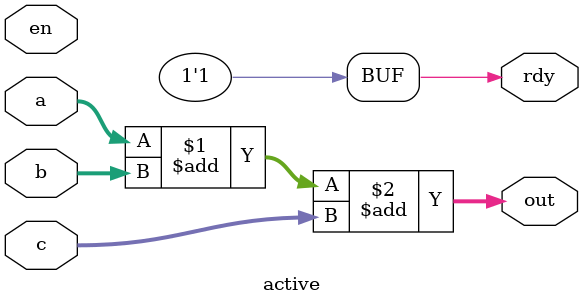
<source format=sv>
module FSM_test(
    input logic clk,
    input logic [11:0] ready,
    output logic [16:0] en,
    input logic rst,
    input logic test
);

logic load_l1a;
logic load_l1b;
logic load_l2a;
logic load_l2b;
logic load_l3a;

logic en_1a1;
logic en_1a2;
logic en_1a3;
logic en_1b1;
logic en_1b2;
logic en_1b3;
logic en_1c1;
logic en_1c2;
logic en_1c3;

logic en_active_l1a;
logic en_active_l1b;
logic en_active_l3c;

logic rdy_1a1;
logic rdy_1a2;
logic rdy_1a3;
logic rdy_1b1;
logic rdy_1b2;
logic rdy_1b3;
logic rdy_1c1;
logic rdy_1c2;
logic rdy_1c3;
logic rdy_act_l1a;
logic rdy_act_l1b;
logic rdy_act_l3a;

assign rdy_1a1=ready[11];
assign rdy_1a2=ready[10];
assign rdy_1a3=ready[9];
assign rdy_1b1=ready[8];
assign rdy_1b2=ready[7];
assign rdy_1b3=ready[6];
assign rdy_1c1=ready[5];
assign rdy_1c2=ready[4];
assign rdy_1c3=ready[3];
assign rdy_act_l1a=ready[2];
assign rdy_act_l1b=ready[1];
assign rdy_act_l3a=ready[0];

assign en[0]=load_l1a;
assign en[1]=load_l1b;
assign en[2]=load_l2a;
assign en[3]=load_l2b;
assign en[4]=load_l3a;

assign en[5]=en_1a1;
assign en[6]=en_1a2;
assign en[7]=en_1a3;
assign en[8]=en_1b1;
assign en[9]=en_1b2;
assign en[10]=en_1b3;
assign en[11]=en_1c1;
assign en[12]=en_1c2;
assign en[13]=en_1c3;

assign en[14]=en_active_l1a;
assign en[15]=en_active_l1b;
assign en[16]=en_active_l3c;

`define halt 6'd0

`define rst 6'd1

`define layer_1_init 6'd2
`define layer_1_act 6'd3
`define layer_1_vdff 6'd4

`define layer_2_init 6'd5
`define layer_2_act 6'd6
`define layer_2_vdff 6'd7

`define layer_3_init 6'd8
`define layer_3_act 6'd9
`define layer_3_vdff 6'd10

`define done 6'd11

logic [5:0] curr_state,next_state;
logic [5:0] next;

always @(posedge clk) begin
    casex({curr_state})
    `halt: if ( test===1'b1 ) begin
         next=`layer_1_init;
    end else begin
        next=`halt;
    end
    `rst: if ( rst==1'b0 ) begin
        next=`halt;
    end else begin
        next=`rst;
    end
    `layer_1_init: if (( ((rdy_1a1)&&(rdy_1a2)&&(rdy_1a3))==1'b1 )&&( ((rdy_1b1)&&(rdy_1b2)&&(rdy_1b3))==1'b1 )) begin
        next=`layer_1_act;
    end else begin
        next=`layer_1_init;
    end
    `layer_1_act: if (( ((rdy_1a1)&&(rdy_1a2)&&(rdy_1a3))==1'b1 )&&( ((rdy_1b1)&&(rdy_1b2)&&(rdy_1b3))==1'b1 )) begin
        next=`layer_1_vdff;
    end else begin
        next=`layer_1_act;
    end

    `layer_1_vdff: if ( ((rdy_1c1)&&(rdy_1c2)&&(rdy_1c3))==1'b1) begin
        next=`layer_3_init;
    end else begin
        next=`layer_1_vdff;
    end
    
    `layer_3_init: if ( ((rdy_1c1)&&(rdy_1c2)&&(rdy_1c3))==1'b1) begin
        next=`layer_3_act;
    end else begin
        next=`layer_3_init;
    end

    `layer_3_act: if ( ((rdy_1c1)&&(rdy_1c2)&&(rdy_1c3))==1'b1) begin
        next=`layer_3_vdff;
    end else begin
        next=`layer_3_act;
    end
    `layer_3_vdff: if(test==1'b1) begin
        next=`layer_1_init;
        end else begin
            next=`halt;
        end
        default: next=`rst;        
    endcase
end

assign next_state=next;

vDFF #(6) FSM_VDFF(
    .clk(clk),
    .load(1'b1),
    .out(curr_state),
    .in(next_state)
);

always @(posedge clk) begin
    casex({curr_state}) 
    `halt : begin 
            load_l1a     =1'b1;
            load_l1b     =1'b1;
            load_l2a     =1'b0;
            load_l2b     =1'b0;
            load_l3a     =1'b0;
            en_1a1       =1'b0;
            en_1a2       =1'b0;
            en_1a3       =1'b0;
            en_1b1       =1'b0;
            en_1b2       =1'b0;
            en_1b3       =1'b0;
            en_1c1       =1'b0;
            en_1c2       =1'b0;
            en_1c3       =1'b0;
            en_active_l1a=1'b0;
            en_active_l1b=1'b0;
            en_active_l3c=1'b0;
    end
    `rst :begin 
            load_l1a     =1'b0;
            load_l1b     =1'b0;
            load_l2a     =1'b0;
            load_l2b     =1'b0;
            load_l3a     =1'b0;
            en_1a1       =1'b0;
            en_1a2       =1'b0;
            en_1a3       =1'b0;
            en_1b1       =1'b0;
            en_1b2       =1'b0;
            en_1b3       =1'b0;
            en_1c1       =1'b0;
            en_1c2       =1'b0;
            en_1c3       =1'b0;
            en_active_l1a=1'b0;
            en_active_l1b=1'b0;
            en_active_l3c=1'b0;
    end
    `layer_1_init :begin 
            load_l1a     =1'b0;
            load_l1b     =1'b0;
            load_l2a     =1'b0;
            load_l2b     =1'b0;
            load_l3a     =1'b0;
            en_1a1       =1'b0;
            en_1a2       =1'b0;
            en_1a3       =1'b0;
            en_1b1       =1'b0;
            en_1b2       =1'b0;
            en_1b3       =1'b0;
            en_1c1       =1'b0;
            en_1c2       =1'b0;
            en_1c3       =1'b0;
            en_active_l1a=1'b0;
            en_active_l1b=1'b0;
            en_active_l3c=1'b0;
    end

    `layer_1_act  :begin 
            load_l1a     =1'b0;
            load_l1b     =1'b0;
            load_l2a     =1'b0;
            load_l2b     =1'b0;
            load_l3a     =1'b0;

            en_1a1       =1'b1;
            en_1a2       =1'b1;
            en_1a3       =1'b1;
            en_1b1       =1'b1;
            en_1b2       =1'b1;
            en_1b3       =1'b1;

            en_1c1       =1'b0;
            en_1c2       =1'b0;
            en_1c3       =1'b0;

            en_active_l1a=1'b0;
            en_active_l1b=1'b0;

            en_active_l3c=1'b0;
    end
     `layer_1_vdff :begin 
            load_l1a     =1'b0;
            load_l1b     =1'b0;
            load_l2a     =1'b0;
            load_l2b     =1'b0;
            load_l3a     =1'b0;
            en_1a1       =1'b0;
            en_1a2       =1'b0;
            en_1a3       =1'b0;
            en_1b1       =1'b0;
            en_1b2       =1'b0;
            en_1b3       =1'b0;
            en_1c1       =1'b0;
            en_1c2       =1'b0;
            en_1c3       =1'b0;
            en_active_l1a=1'b1;
            en_active_l1b=1'b1;
            en_active_l3c=1'b0;
    end

    `layer_3_init :begin 
            load_l1a     =1'b0;
            load_l1b     =1'b0;
            load_l2a     =1'b1;
            load_l2b     =1'b1;
            load_l3a     =1'b0;
            en_1a1       =1'b0;
            en_1a2       =1'b0;
            en_1a3       =1'b0;
            en_1b1       =1'b0;
            en_1b2       =1'b0;
            en_1b3       =1'b0;
            en_1c1       =1'b0;
            en_1c2       =1'b0;
            en_1c3       =1'b0;
            en_active_l1a=1'b0;
            en_active_l1b=1'b0;
            en_active_l3c=1'b0;
    end
    `layer_3_act  :begin 
            load_l1a     =1'b0;
            load_l1b     =1'b0;
            load_l2a     =1'b0;
            load_l2b     =1'b0;
            load_l3a     =1'b0;
            en_1a1       =1'b0;
            en_1a2       =1'b0;
            en_1a3       =1'b0;
            en_1b1       =1'b0;
            en_1b2       =1'b0;
            en_1b3       =1'b0;
            en_1c1       =1'b1;
            en_1c2       =1'b1;
            en_1c3       =1'b1;
            en_active_l1a=1'b0;
            en_active_l1b=1'b0;
            en_active_l3c=1'b0;
    end

    `layer_3_vdff :begin 
            load_l1a     =1'b0;
            load_l1b     =1'b0;
            load_l2a     =1'b0;
            load_l2b     =1'b0;
            load_l3a     =1'b1;
            en_1a1       =1'b0;
            en_1a2       =1'b0;
            en_1a3       =1'b0;
            en_1b1       =1'b0;
            en_1b2       =1'b0;
            en_1b3       =1'b0;
            en_1c1       =1'b0;
            en_1c2       =1'b0;
            en_1c3       =1'b0;
            en_active_l1a=1'b0;
            en_active_l1b=1'b0;
            en_active_l3c=1'b1;
    end
    
endcase
end

endmodule

module vDFF(clk, load, in, out); // program counter
  parameter n = 9;  // width
  input clk, load;
  input [n-1:0] in;
  output [n-1:0] out;
  reg [n-1:0] out;
  wire [n-1:0] next_out;

  assign next_out = (load ? in : out);

  always @(posedge clk)
    out = next_out;
endmodule 

module hardware_neural_net_fsm(
 input logic clk,
 input logic [7:0] XOR_1,
 input logic [7:0] XOR_2,
 output logic XOR_ans,

 input logic test,
 input logic train
 );

 logic [11:0] ready;
 logic [16:0] en;
//bus design


logic [7:0] in_l1a;
logic [7:0] in_l1b;
logic [7:0] in_l2a;
logic [7:0] in_l2b;
logic [7:0] in_l3a;
logic [7:0] out_l1a;
logic [7:0] out_l1b;
logic [7:0] out_l2a;
logic [7:0] out_l2b;
logic [7:0] out_l3a;
logic [7:0] out_bias_1;
logic [7:0] out_bias_2;


//input bus decoder
logic load_l1a;
logic load_l1b;
logic load_l2a;
logic load_l2b;
logic load_l3a;

logic en_1a1;
logic en_1a2;
logic en_1a3;
logic en_1b1;
logic en_1b2;
logic en_1b3;
logic en_1c1;
logic en_1c2;
logic en_1c3;

logic en_active_l1a;
logic en_active_l1b;
logic en_active_l3c;

assign load_l1a=en[0];
assign load_l1b=en[1];
assign load_l2a=en[2];
assign load_l2b=en[3];
assign load_l3a=en[4];
assign en_1a1=en[5];
assign en_1a2=en[6];
assign en_1a3=en[7];
assign en_1b1=en[8];
assign en_1b2=en[9];
assign en_1b3=en[10];
assign en_1c1=en[11];
assign en_1c2=en[12];
assign en_1c3=en[13];
assign en_active_l1a=en[14];
assign en_active_l1b=en[15];
assign en_active_l3c=en[16];
//biased outputs
logic [7:0] biased_1a1;
logic [7:0] biased_1a2;
logic [7:0] biased_1a3;
logic [7:0] biased_1b1;
logic [7:0] biased_1b2;
logic [7:0] biased_1b3;
logic [7:0] biased_1c1;
logic [7:0] biased_1c2;
logic [7:0] biased_1c3;

//output bus design
logic rdy_1a1;
logic rdy_1a2;
logic rdy_1a3;
logic rdy_1b1;
logic rdy_1b2;
logic rdy_1b3;
logic rdy_1c1;
logic rdy_1c2;
logic rdy_1c3;
logic rdy_act_l1a;
logic rdy_act_l1b;
logic rdy_act_l3a;

assign ready={rdy_1a1,rdy_1a2,rdy_1a3,rdy_1b1,rdy_1b2,rdy_1b3,rdy_1c1,rdy_1c2,rdy_1c3,rdy_act_l1a,rdy_act_l1b,rdy_act_l3a};

neuron_ff  #(8) l1a(.clk(clk), .load(load_l1a), .in(XOR_1),  .out(out_l1a)); 
neuron_ff  #(8) l1b(.clk(clk), .load(load_l1b), .in(XOR_2),  .out(out_l1b)); 
neuron_ff  #(8) l2a(.clk(clk), .load(load_l2a), .in(in_l2a), .out(out_l2a)); 
neuron_ff  #(8) l2b(.clk(clk), .load(load_l2b), .in(in_l2b), .out(out_l2b)); 
neuron_ff  #(8) l3a(.clk(clk), .load(load_l3a), .in(in_l3a), .out(XOR_ans)); 

neuron_ff  #(8) bias_l1(.clk(clk), .load(1'b1), .in(8'b1), .out(out_bias_1)); 
neuron_ff  #(8) bias_l2(.clk(clk), .load(1'b1), .in(8'b1), .out(out_bias_2)); 


one_io_bias layer_1a1(.clk(clk),.in(out_l1a),   .enable(en_1a1),.ready(rdy_1a1),.biased_out(biased_1a1),.biased_val(1'b1));
one_io_bias layer_1a2(.clk(clk),.in(out_l1b),   .enable(en_1a2),.ready(rdy_1a2),.biased_out(biased_1a2),.biased_val(1'b1));
one_io_bias layer_1a3(.clk(clk),.in(out_bias_1),.enable(en_1a3),.ready(rdy_1a3),.biased_out(biased_1a3),.biased_val(1'b1));
one_io_bias layer_1b1(.clk(clk),.in(out_l1a),   .enable(en_1b1),.ready(rdy_1b1),.biased_out(biased_1b1),.biased_val(1'b1));
one_io_bias layer_1b2(.clk(clk),.in(out_l1b),   .enable(en_1b2),.ready(rdy_1b2),.biased_out(biased_1b2),.biased_val(1'b1));
one_io_bias layer_1b3(.clk(clk),.in(out_bias_1),.enable(en_1b3),.ready(rdy_1b3),.biased_out(biased_1b3),.biased_val(1'b1));
one_io_bias layer_1c1(.clk(clk),.in(out_l2a),   .enable(en_1c1),.ready(rdy_1c1),.biased_out(biased_1c1),.biased_val(1'b1));
one_io_bias layer_1c2(.clk(clk),.in(out_l2b),   .enable(en_1c2),.ready(rdy_1c2),.biased_out(biased_1c2),.biased_val(1'b1));
one_io_bias layer_1c3(.clk(clk),.in(out_bias_2),.enable(en_1c3),.ready(rdy_1c3),.biased_out(biased_1c3),.biased_val(1'b1));



active active_l1a(.a(biased_1a1),.b(biased_1a2),.c(biased_1a3),.out(in_l2a),.rdy(rdy_act_l1a),.en(en_active_l1a));
active active_l1b(.a(biased_1b1),.b(biased_1b2),.c(biased_1b3),.out(in_l2b),.rdy(rdy_act_l1b),.en(en_active_l1b));
active active_l3a(.a(biased_1c1),.b(biased_1c2),.c(biased_1c3),.out(in_l3a),.rdy(rdy_act_l3a),.en(en_active_l3c));


FSM_test  ANN_feed_forward_MAIN_FSM(
    .clk(clk),
    .ready(ready),
    .en(en),
    .rst(1'b0),
    .test(test)
);



endmodule

module neuron_ff(clk, load, in, out); 
  parameter n = 9;  // width
  input clk, load;
  input [n-1:0] in;
  output [n-1:0] out;
  reg [n-1:0] out;
  wire [n-1:0] next_out;

  assign next_out = (load ? in : out);

  always @(posedge clk)
    out = next_out;
endmodule 

module one_io_bias(
 clk,
 in,
 enable,
 ready,
 biased_out,
 biased_val);

input logic [7:0] in,biased_val;
input logic enable;
input logic clk;
output logic ready;
output logic [7:0] biased_out;

logic [3:0] curr_state,next_state;
logic [3:0] next;
logic update;
logic [7:0]mult_val;

//state machine states

`define rdy 4'd2
`define procressing 4'd3



always_ff@(posedge clk)

begin
casex({curr_state})
`rdy: if ( enable==1'b1 ) begin
    next=`procressing;
end else begin
    next=`rdy;
end

`procressing: if ( enable!==1'b1 ) begin
    next=`rdy;
end else begin
    next=`procressing;
end

default: next=`rdy;
endcase
end

always_comb 
begin

if(curr_state==`rdy) begin
ready=1'b1; 
end else begin 
ready=1'b0;
end

if(curr_state==`procressing) begin
update=1'b1; 
end else begin 
update=1'b0;
end

end

assign next_state=next[3:0];
assign mult_val=biased_val*in;

vDFF #(4) FSM_VDFF(
    .clk(clk),
    .load(1'b1),
    .out(curr_state),
    .in(next_state)
);

vDFF #(8) UPDATE_VDFF(
    .clk(update),
    .load(1'b1),
    .out(biased_out),
    .in(mult_val)
);

endmodule 

module active(a,b,c,out,rdy,en);
input[7:0] a,b,c;
output [7:0] out;
output rdy;
input en;


assign out= a+b+c;
assign rdy=1'b1;


// will improve;
endmodule


</source>
